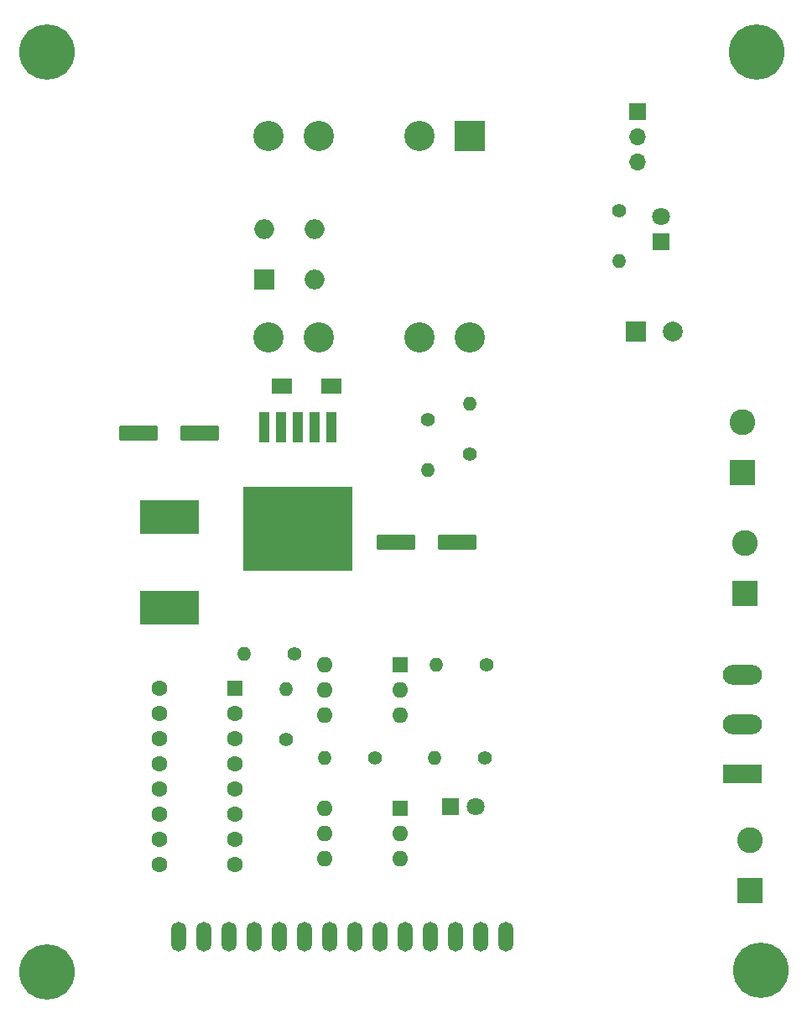
<source format=gbr>
%TF.GenerationSoftware,KiCad,Pcbnew,8.0.3*%
%TF.CreationDate,2024-08-31T20:41:35-05:00*%
%TF.ProjectId,solder_oven_PCB,736f6c64-6572-45f6-9f76-656e5f504342,rev?*%
%TF.SameCoordinates,Original*%
%TF.FileFunction,Soldermask,Bot*%
%TF.FilePolarity,Negative*%
%FSLAX46Y46*%
G04 Gerber Fmt 4.6, Leading zero omitted, Abs format (unit mm)*
G04 Created by KiCad (PCBNEW 8.0.3) date 2024-08-31 20:41:35*
%MOMM*%
%LPD*%
G01*
G04 APERTURE LIST*
G04 Aperture macros list*
%AMRoundRect*
0 Rectangle with rounded corners*
0 $1 Rounding radius*
0 $2 $3 $4 $5 $6 $7 $8 $9 X,Y pos of 4 corners*
0 Add a 4 corners polygon primitive as box body*
4,1,4,$2,$3,$4,$5,$6,$7,$8,$9,$2,$3,0*
0 Add four circle primitives for the rounded corners*
1,1,$1+$1,$2,$3*
1,1,$1+$1,$4,$5*
1,1,$1+$1,$6,$7*
1,1,$1+$1,$8,$9*
0 Add four rect primitives between the rounded corners*
20,1,$1+$1,$2,$3,$4,$5,0*
20,1,$1+$1,$4,$5,$6,$7,0*
20,1,$1+$1,$6,$7,$8,$9,0*
20,1,$1+$1,$8,$9,$2,$3,0*%
G04 Aperture macros list end*
%ADD10C,5.600000*%
%ADD11R,2.000000X2.000000*%
%ADD12C,2.000000*%
%ADD13R,2.600000X2.600000*%
%ADD14C,2.600000*%
%ADD15O,1.500000X3.000000*%
%ADD16R,1.700000X1.700000*%
%ADD17O,1.700000X1.700000*%
%ADD18C,1.400000*%
%ADD19O,1.400000X1.400000*%
%ADD20O,2.000000X2.000000*%
%ADD21R,1.800000X1.800000*%
%ADD22C,1.800000*%
%ADD23O,3.960000X1.980000*%
%ADD24R,3.960000X1.980000*%
%ADD25R,1.600000X1.600000*%
%ADD26C,1.600000*%
%ADD27O,1.600000X1.600000*%
%ADD28R,3.048000X3.048000*%
%ADD29C,3.048000*%
%ADD30RoundRect,0.250000X1.712500X0.550000X-1.712500X0.550000X-1.712500X-0.550000X1.712500X-0.550000X0*%
%ADD31RoundRect,0.250000X-1.712500X-0.550000X1.712500X-0.550000X1.712500X0.550000X-1.712500X0.550000X0*%
%ADD32R,2.060000X1.540000*%
%ADD33R,6.000000X3.500000*%
%ADD34R,1.020000X3.080000*%
%ADD35R,11.000000X8.500000*%
G04 APERTURE END LIST*
D10*
%TO.C,H3*%
X150700000Y-137075000D03*
%TD*%
D11*
%TO.C,C2*%
X138075000Y-72625000D03*
D12*
X141875000Y-72625000D03*
%TD*%
D13*
%TO.C,P1*%
X148844000Y-86868000D03*
D14*
X148844000Y-81788000D03*
%TD*%
D15*
%TO.C,T1*%
X92010000Y-133700000D03*
X94550000Y-133700000D03*
X97090000Y-133700000D03*
X99630000Y-133700000D03*
X102170000Y-133700000D03*
X104710000Y-133700000D03*
X107250000Y-133700000D03*
X109790000Y-133700000D03*
X112330000Y-133700000D03*
X114870000Y-133700000D03*
X117410000Y-133700000D03*
X119950000Y-133700000D03*
X122490000Y-133700000D03*
X125030000Y-133700000D03*
%TD*%
D16*
%TO.C,J1*%
X138300000Y-50450000D03*
D17*
X138300000Y-52990000D03*
X138300000Y-55530000D03*
%TD*%
D10*
%TO.C,H2*%
X150275000Y-44400000D03*
%TD*%
D18*
%TO.C,R6*%
X136450000Y-60445000D03*
D19*
X136450000Y-65525000D03*
%TD*%
D13*
%TO.C,TC1*%
X149657000Y-129037000D03*
D14*
X149657000Y-123957000D03*
%TD*%
D10*
%TO.C,H4*%
X78675000Y-137225000D03*
%TD*%
D11*
%TO.C,D3*%
X100605000Y-67350000D03*
D20*
X105685000Y-67350000D03*
X105685000Y-62270000D03*
X100605000Y-62270000D03*
%TD*%
D21*
%TO.C,D4*%
X140650000Y-63600000D03*
D22*
X140650000Y-61060000D03*
%TD*%
D13*
%TO.C,R1*%
X149149000Y-99065000D03*
D14*
X149149000Y-93985000D03*
%TD*%
D10*
%TO.C,H1*%
X78675000Y-44400000D03*
%TD*%
D23*
%TO.C,D1*%
X148844000Y-107268000D03*
X148844000Y-112268000D03*
D24*
X148844000Y-117268000D03*
%TD*%
D25*
%TO.C,U7*%
X97600000Y-108610000D03*
D26*
X97600000Y-111150000D03*
X97600000Y-113690000D03*
X97600000Y-116230000D03*
X97600000Y-118770000D03*
X97600000Y-121310000D03*
X97600000Y-123850000D03*
X97600000Y-126390000D03*
X89980000Y-126390000D03*
X89980000Y-123850000D03*
X89980000Y-121310000D03*
X89980000Y-118770000D03*
X89980000Y-116230000D03*
X89980000Y-113690000D03*
X89980000Y-111150000D03*
X89980000Y-108610000D03*
%TD*%
D25*
%TO.C,U5*%
X114340000Y-120725000D03*
D27*
X114340000Y-123265000D03*
X114340000Y-125805000D03*
X106720000Y-125805000D03*
X106720000Y-123265000D03*
X106720000Y-120725000D03*
%TD*%
D18*
%TO.C,R11*%
X111820000Y-115650000D03*
D19*
X106740000Y-115650000D03*
%TD*%
D28*
%TO.C,T2*%
X121330000Y-52888000D03*
D29*
X116250000Y-52888000D03*
X106090000Y-52888000D03*
X101010000Y-52888000D03*
X101010000Y-73208000D03*
X106090000Y-73208000D03*
X116250000Y-73208000D03*
X121330000Y-73208000D03*
%TD*%
D18*
%TO.C,R2*%
X122880000Y-115650000D03*
D19*
X117800000Y-115650000D03*
%TD*%
D25*
%TO.C,U4*%
X114340000Y-106225000D03*
D27*
X114340000Y-108765000D03*
X114340000Y-111305000D03*
X106720000Y-111305000D03*
X106720000Y-108765000D03*
X106720000Y-106225000D03*
%TD*%
D18*
%TO.C,R8*%
X121386600Y-85039200D03*
D19*
X121386600Y-79959200D03*
%TD*%
D18*
%TO.C,R5*%
X102790000Y-113750000D03*
D19*
X102790000Y-108670000D03*
%TD*%
D30*
%TO.C,C3*%
X94087500Y-82910000D03*
X87912500Y-82910000D03*
%TD*%
D31*
%TO.C,C4*%
X113912500Y-93910000D03*
X120087500Y-93910000D03*
%TD*%
D21*
%TO.C,D2*%
X119365000Y-120550000D03*
D22*
X121905000Y-120550000D03*
%TD*%
D32*
%TO.C,D5*%
X107375000Y-78100000D03*
X102375000Y-78100000D03*
%TD*%
D33*
%TO.C,L1*%
X91000000Y-91360000D03*
X91000000Y-100460000D03*
%TD*%
D34*
%TO.C,U6*%
X100600000Y-82250000D03*
X102300000Y-82250000D03*
D35*
X104000000Y-92570000D03*
D34*
X104000000Y-82250000D03*
X105700000Y-82250000D03*
X107400000Y-82250000D03*
%TD*%
D18*
%TO.C,R3*%
X123080000Y-106250000D03*
D19*
X118000000Y-106250000D03*
%TD*%
D18*
%TO.C,R4*%
X103632000Y-105156000D03*
D19*
X98552000Y-105156000D03*
%TD*%
D18*
%TO.C,R7*%
X117119400Y-81508600D03*
D19*
X117119400Y-86588600D03*
%TD*%
M02*

</source>
